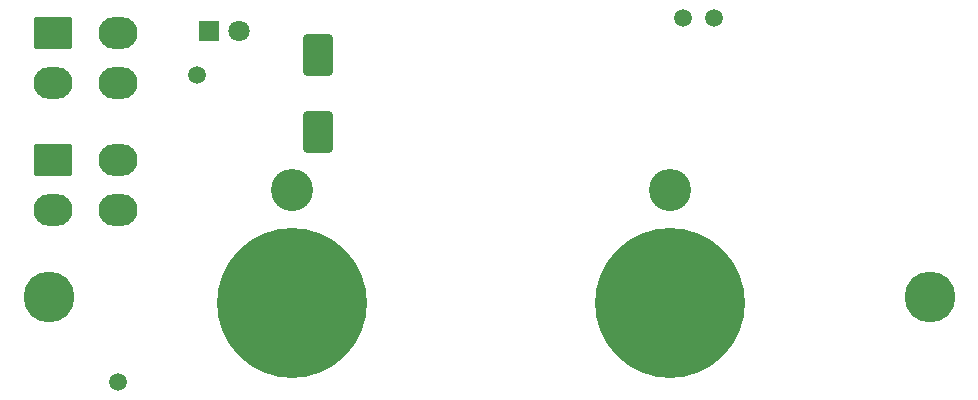
<source format=gbr>
%TF.GenerationSoftware,KiCad,Pcbnew,7.0.1*%
%TF.CreationDate,2023-04-10T12:22:30-08:00*%
%TF.ProjectId,ANT SEL PANEL,414e5420-5345-44c2-9050-414e454c2e6b,4*%
%TF.SameCoordinates,Original*%
%TF.FileFunction,Soldermask,Bot*%
%TF.FilePolarity,Negative*%
%FSLAX46Y46*%
G04 Gerber Fmt 4.6, Leading zero omitted, Abs format (unit mm)*
G04 Created by KiCad (PCBNEW 7.0.1) date 2023-04-10 12:22:30*
%MOMM*%
%LPD*%
G01*
G04 APERTURE LIST*
G04 Aperture macros list*
%AMRoundRect*
0 Rectangle with rounded corners*
0 $1 Rounding radius*
0 $2 $3 $4 $5 $6 $7 $8 $9 X,Y pos of 4 corners*
0 Add a 4 corners polygon primitive as box body*
4,1,4,$2,$3,$4,$5,$6,$7,$8,$9,$2,$3,0*
0 Add four circle primitives for the rounded corners*
1,1,$1+$1,$2,$3*
1,1,$1+$1,$4,$5*
1,1,$1+$1,$6,$7*
1,1,$1+$1,$8,$9*
0 Add four rect primitives between the rounded corners*
20,1,$1+$1,$2,$3,$4,$5,0*
20,1,$1+$1,$4,$5,$6,$7,0*
20,1,$1+$1,$6,$7,$8,$9,0*
20,1,$1+$1,$8,$9,$2,$3,0*%
G04 Aperture macros list end*
%ADD10C,1.500000*%
%ADD11R,1.800000X1.800000*%
%ADD12C,1.800000*%
%ADD13C,3.572000*%
%ADD14C,12.700000*%
%ADD15RoundRect,0.250000X1.000000X-1.500000X1.000000X1.500000X-1.000000X1.500000X-1.000000X-1.500000X0*%
%ADD16O,3.300000X2.700000*%
%ADD17RoundRect,0.250001X-1.399999X1.099999X-1.399999X-1.099999X1.399999X-1.099999X1.399999X1.099999X0*%
%ADD18C,4.300000*%
G04 APERTURE END LIST*
D10*
%TO.C,TP4*%
X87900000Y-71450000D03*
%TD*%
%TO.C,TP3*%
X138400000Y-40700000D03*
%TD*%
%TO.C,TP2*%
X94650000Y-45500000D03*
%TD*%
%TO.C,TP1*%
X135750000Y-40700000D03*
%TD*%
D11*
%TO.C,D1*%
X95625000Y-41750000D03*
D12*
X98165000Y-41750000D03*
%TD*%
D13*
%TO.C,H3*%
X102698070Y-55238673D03*
D14*
X102698070Y-64763673D03*
%TD*%
D13*
%TO.C,H4*%
X134702070Y-55238673D03*
D14*
X134702070Y-64763673D03*
%TD*%
D15*
%TO.C,C1*%
X104850000Y-43800000D03*
X104850000Y-50300000D03*
%TD*%
D16*
%TO.C,J1*%
X87905220Y-46137940D03*
X87905220Y-41937940D03*
X82405220Y-46137940D03*
D17*
X82405220Y-41937940D03*
%TD*%
D16*
%TO.C,J2*%
X87930620Y-56889760D03*
X87930620Y-52689760D03*
X82430620Y-56889760D03*
D17*
X82430620Y-52689760D03*
%TD*%
D18*
%TO.C,H1*%
X82060570Y-64255673D03*
%TD*%
%TO.C,H2*%
X156673070Y-64255673D03*
%TD*%
M02*

</source>
